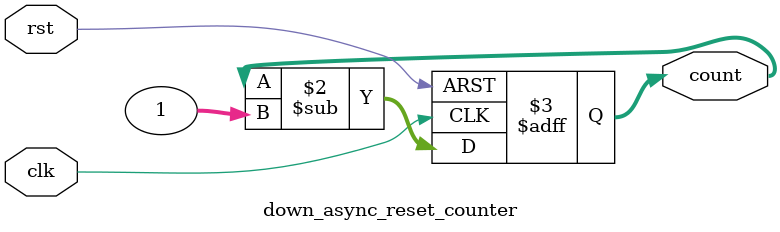
<source format=v>
module down_async_reset_counter (
input wire clk,
input wire rst,
output reg [31:0] count
);
always @(posedge clk or posedge rst) begin
if (rst) begin
count <= 0;
end else begin
count <= count - 1;
end
end
endmodule

</source>
